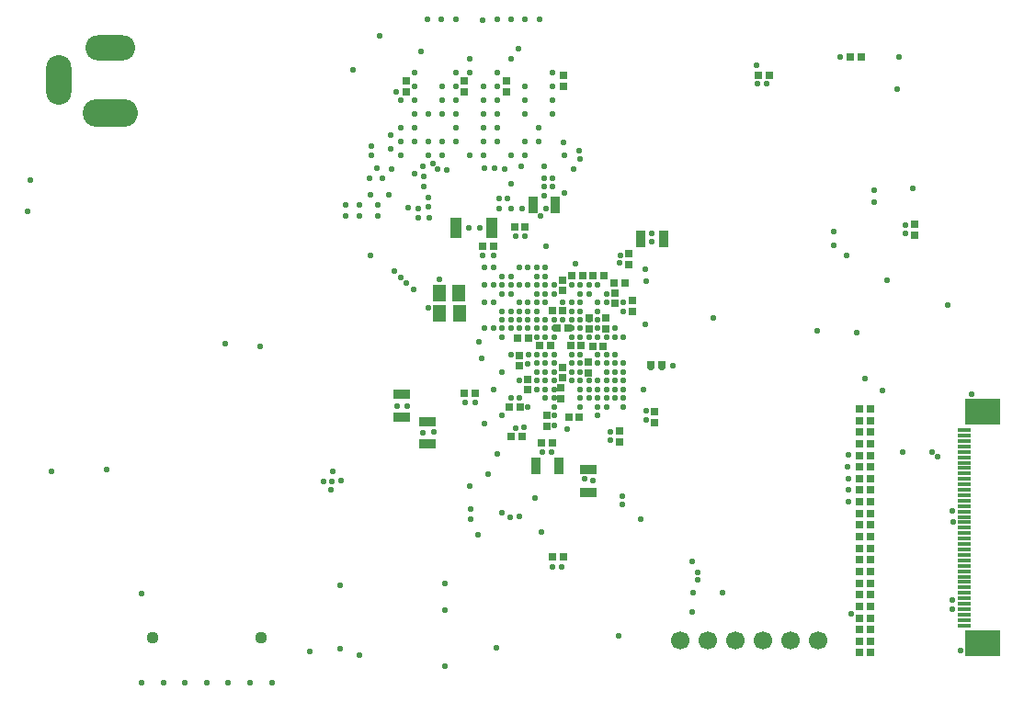
<source format=gbs>
G04*
G04 #@! TF.GenerationSoftware,Altium Limited,Altium Designer,20.1.11 (218)*
G04*
G04 Layer_Color=16711935*
%FSLAX25Y25*%
%MOIN*%
G70*
G04*
G04 #@! TF.SameCoordinates,79C4E474-355B-46CA-A0E8-57BC19F8BC65*
G04*
G04*
G04 #@! TF.FilePolarity,Negative*
G04*
G01*
G75*
%ADD44R,0.02762X0.03156*%
%ADD50R,0.02762X0.02762*%
%ADD66C,0.06678*%
%ADD67O,0.09158X0.18017*%
%ADD68O,0.18017X0.09158*%
%ADD69O,0.19985X0.10143*%
%ADD70C,0.04434*%
%ADD71C,0.02100*%
%ADD89R,0.03550X0.05912*%
%ADD90R,0.03156X0.02762*%
%ADD91R,0.05912X0.03550*%
%ADD92R,0.04731X0.05912*%
%ADD93R,0.04040X0.07780*%
%ADD94R,0.04631X0.01481*%
%ADD95R,0.12505X0.09355*%
D44*
X401032Y290746D02*
D03*
X404969D02*
D03*
X402965Y284378D02*
D03*
X406903D02*
D03*
X407673Y278055D02*
D03*
X411610D02*
D03*
X392340Y280919D02*
D03*
X388403D02*
D03*
X396532Y278032D02*
D03*
X400469D02*
D03*
X389345Y255820D02*
D03*
X385408D02*
D03*
X369143Y260910D02*
D03*
X373080D02*
D03*
X386300Y245210D02*
D03*
X390237D02*
D03*
X397267Y242826D02*
D03*
X401204D02*
D03*
X407031Y252161D02*
D03*
X410968D02*
D03*
X436812Y271009D02*
D03*
X440750D02*
D03*
X419598Y277951D02*
D03*
X415661D02*
D03*
X412245Y303326D02*
D03*
X408308D02*
D03*
X419672Y303399D02*
D03*
X415735D02*
D03*
X375810Y314148D02*
D03*
X379747D02*
D03*
X387381Y321132D02*
D03*
X391318D02*
D03*
X479797Y376130D02*
D03*
X475860D02*
D03*
X401255Y201388D02*
D03*
X405192D02*
D03*
D50*
X427394Y300901D02*
D03*
X423457D02*
D03*
X509214Y382813D02*
D03*
X513151D02*
D03*
X516497Y191950D02*
D03*
X512560D02*
D03*
X516497Y196162D02*
D03*
X512560D02*
D03*
Y166676D02*
D03*
X516497D02*
D03*
Y200375D02*
D03*
X512560D02*
D03*
Y170888D02*
D03*
X516497D02*
D03*
Y204587D02*
D03*
X512560D02*
D03*
Y175101D02*
D03*
X516497D02*
D03*
Y208800D02*
D03*
X512560D02*
D03*
Y183525D02*
D03*
X516497D02*
D03*
Y213012D02*
D03*
X512560D02*
D03*
Y187738D02*
D03*
X516497D02*
D03*
Y217224D02*
D03*
X512560D02*
D03*
X516497Y242498D02*
D03*
X512560D02*
D03*
X516497Y246711D02*
D03*
X512560D02*
D03*
X516497Y250923D02*
D03*
X512560D02*
D03*
X516497Y255135D02*
D03*
X512560D02*
D03*
X516497Y179313D02*
D03*
X512560D02*
D03*
X516497Y221437D02*
D03*
X512560D02*
D03*
X516497Y225649D02*
D03*
X512560D02*
D03*
X516497Y229861D02*
D03*
X512560D02*
D03*
X516497Y234074D02*
D03*
X512560D02*
D03*
X516497Y238286D02*
D03*
X512560D02*
D03*
D66*
X447562Y171295D02*
D03*
X457562D02*
D03*
X467562D02*
D03*
X477562D02*
D03*
X487562D02*
D03*
X497562D02*
D03*
D67*
X222279Y374342D02*
D03*
D68*
X240783Y386153D02*
D03*
D69*
Y362530D02*
D03*
D70*
X295468Y172293D02*
D03*
X256098D02*
D03*
D71*
X462903Y188582D02*
D03*
X507935Y310768D02*
D03*
X397159Y210425D02*
D03*
X453731Y193092D02*
D03*
X453754Y195852D02*
D03*
X398856Y327916D02*
D03*
X359577Y342138D02*
D03*
X397350Y239613D02*
D03*
X400667Y239632D02*
D03*
X391120Y317970D02*
D03*
X387868Y317931D02*
D03*
X528291Y239478D02*
D03*
X526315Y371164D02*
D03*
X514365Y266219D02*
D03*
X371164Y227130D02*
D03*
X385674Y215798D02*
D03*
X389137Y216065D02*
D03*
X415794Y229158D02*
D03*
X412679Y229664D02*
D03*
X401271Y335744D02*
D03*
X398247Y335788D02*
D03*
X401293Y338723D02*
D03*
X398203Y338811D02*
D03*
X405503Y333395D02*
D03*
X420671Y265425D02*
D03*
X426970Y268575D02*
D03*
X425659Y308133D02*
D03*
X425715Y310916D02*
D03*
X497210Y283620D02*
D03*
X417534Y293766D02*
D03*
X414378Y296935D02*
D03*
X411222Y296921D02*
D03*
X398624Y306370D02*
D03*
X382876Y252827D02*
D03*
X376576Y293772D02*
D03*
X395474Y281173D02*
D03*
X408073D02*
D03*
X423820D02*
D03*
X398624Y268575D02*
D03*
X401773D02*
D03*
X389175Y265425D02*
D03*
X422135Y246774D02*
D03*
X420671Y255976D02*
D03*
X408073Y290622D02*
D03*
X411222Y284323D02*
D03*
X398624Y274874D02*
D03*
X401773Y271724D02*
D03*
X426970Y255976D02*
D03*
X382876Y290622D02*
D03*
X395474Y296921D02*
D03*
X386025D02*
D03*
X389175Y300071D02*
D03*
X408073Y274874D02*
D03*
X398624Y271724D02*
D03*
X411222Y274874D02*
D03*
X420671Y268575D02*
D03*
X426970Y262275D02*
D03*
X382876Y296921D02*
D03*
X389175Y290622D02*
D03*
X395474Y284323D02*
D03*
X374342Y279605D02*
D03*
X386025Y274874D02*
D03*
X417521D02*
D03*
X408073Y271724D02*
D03*
X411222Y265425D02*
D03*
X401773Y255976D02*
D03*
X411222Y290622D02*
D03*
X382876Y284323D02*
D03*
X398624Y281173D02*
D03*
Y262275D02*
D03*
X420671D02*
D03*
X373118Y257528D02*
D03*
X389175Y293772D02*
D03*
X411222Y287472D02*
D03*
X389175Y284323D02*
D03*
X408073Y278023D02*
D03*
X426970Y271724D02*
D03*
Y265425D02*
D03*
X420671Y259126D02*
D03*
X398624Y296921D02*
D03*
X420671Y296921D02*
D03*
X398624Y287472D02*
D03*
X434830Y285899D02*
D03*
X420671Y281173D02*
D03*
X401773Y274874D02*
D03*
X392268Y271639D02*
D03*
X414372Y262275D02*
D03*
X401773Y259126D02*
D03*
X392324Y255976D02*
D03*
X417521Y252827D02*
D03*
X382876Y300071D02*
D03*
X379726D02*
D03*
X404923Y287472D02*
D03*
X426970Y281173D02*
D03*
X411222Y278023D02*
D03*
X436912Y270235D02*
D03*
X411222Y262275D02*
D03*
X398624Y259126D02*
D03*
X426970D02*
D03*
X398624Y293772D02*
D03*
X434988Y305804D02*
D03*
X386025Y287472D02*
D03*
X408073Y284323D02*
D03*
X395474Y271724D02*
D03*
X382876Y268575D02*
D03*
X414372Y271724D02*
D03*
X395474Y265425D02*
D03*
X401773D02*
D03*
X420671Y293772D02*
D03*
X395474D02*
D03*
X376576Y306370D02*
D03*
X389175D02*
D03*
X382876Y287472D02*
D03*
X401773D02*
D03*
Y281173D02*
D03*
X411222Y271724D02*
D03*
X423820D02*
D03*
X408073Y268575D02*
D03*
X414372Y265425D02*
D03*
X423820D02*
D03*
X392324Y290622D02*
D03*
X426970D02*
D03*
X379726Y284323D02*
D03*
X386025D02*
D03*
X414372Y281173D02*
D03*
X395474Y268575D02*
D03*
Y262275D02*
D03*
X411222Y259126D02*
D03*
X435002Y251252D02*
D03*
X386025Y290622D02*
D03*
X376576Y284323D02*
D03*
X417521Y271724D02*
D03*
X386025Y259126D02*
D03*
X406498Y247945D02*
D03*
X408073Y293772D02*
D03*
X404923Y290622D02*
D03*
X379726Y293772D02*
D03*
X392324Y300071D02*
D03*
X395474Y303220D02*
D03*
Y290622D02*
D03*
X420671Y274874D02*
D03*
X408073Y265425D02*
D03*
X414372Y259126D02*
D03*
X417521D02*
D03*
Y255976D02*
D03*
X426970Y293772D02*
D03*
X417521Y290622D02*
D03*
X395474Y287472D02*
D03*
X411222Y281173D02*
D03*
X423820Y274874D02*
D03*
X411222Y268575D02*
D03*
X417521Y265425D02*
D03*
X423820Y262275D02*
D03*
X435002Y301645D02*
D03*
X398624Y303220D02*
D03*
X409640Y307954D02*
D03*
X386025Y303220D02*
D03*
X392324Y306370D02*
D03*
X417521Y287472D02*
D03*
X392324Y284323D02*
D03*
X382876Y281173D02*
D03*
X423820Y268575D02*
D03*
X411222Y255976D02*
D03*
Y293772D02*
D03*
X398624Y300071D02*
D03*
X414372D02*
D03*
X379726Y306370D02*
D03*
X398624Y284323D02*
D03*
X414372D02*
D03*
X417521D02*
D03*
X420671Y271724D02*
D03*
X398624Y265425D02*
D03*
X401773Y262275D02*
D03*
X390787Y248437D02*
D03*
X376576Y249677D02*
D03*
X401773Y252827D02*
D03*
X404889Y293813D02*
D03*
X389175Y287472D02*
D03*
X392324D02*
D03*
X414372D02*
D03*
X423820Y284323D02*
D03*
X375444Y273317D02*
D03*
X417521Y262275D02*
D03*
X423820Y259126D02*
D03*
X435002Y254401D02*
D03*
X395474Y300071D02*
D03*
X376576D02*
D03*
X408073Y287472D02*
D03*
X401773Y284323D02*
D03*
X417521Y281173D02*
D03*
X414372Y268575D02*
D03*
X392324Y293772D02*
D03*
X408073Y300071D02*
D03*
X386025D02*
D03*
X382876Y303220D02*
D03*
X395474Y274874D02*
D03*
X379726Y262275D02*
D03*
X395474Y306370D02*
D03*
X434037Y262275D02*
D03*
X475106Y379752D02*
D03*
X531923Y335125D02*
D03*
X353592Y384682D02*
D03*
X388707Y385680D02*
D03*
X351191Y377158D02*
D03*
X344535Y370083D02*
D03*
X346191Y367169D02*
D03*
X381191Y352169D02*
D03*
Y357170D02*
D03*
X396191Y352169D02*
D03*
Y357170D02*
D03*
X356107Y291787D02*
D03*
X360081Y302226D02*
D03*
X451804Y199826D02*
D03*
X354266Y246368D02*
D03*
X358281Y246675D02*
D03*
X348411Y256070D02*
D03*
X344816D02*
D03*
X366129Y396493D02*
D03*
X360857Y396482D02*
D03*
X355940Y396409D02*
D03*
X338455Y390523D02*
D03*
X328740Y378137D02*
D03*
X375924Y396304D02*
D03*
X381127Y396421D02*
D03*
X386097Y396450D02*
D03*
X396474Y396392D02*
D03*
X391066Y396480D02*
D03*
X391191Y362170D02*
D03*
Y367169D02*
D03*
X351191Y352169D02*
D03*
Y357170D02*
D03*
X391264Y372146D02*
D03*
X376168Y357097D02*
D03*
Y362097D02*
D03*
X376191Y372169D02*
D03*
X376240Y367073D02*
D03*
X371191Y382170D02*
D03*
X361191Y372169D02*
D03*
Y367169D02*
D03*
Y362170D02*
D03*
X366191Y357170D02*
D03*
Y352169D02*
D03*
X390066Y327833D02*
D03*
X398025Y332561D02*
D03*
X385995Y327702D02*
D03*
X381897Y327833D02*
D03*
X381792Y331589D02*
D03*
X384865Y331642D02*
D03*
X396945Y325000D02*
D03*
X379739Y310914D02*
D03*
X375855Y310966D02*
D03*
X370727Y320808D02*
D03*
X374751Y320718D02*
D03*
X526680Y382825D02*
D03*
X505459Y382737D02*
D03*
X517807Y330171D02*
D03*
X517699Y334587D02*
D03*
X544426Y292758D02*
D03*
X522347Y301832D02*
D03*
X503246Y314631D02*
D03*
X503161Y319372D02*
D03*
X444713Y270733D02*
D03*
X511560Y282846D02*
D03*
X549252Y167330D02*
D03*
X553166Y260427D02*
D03*
X540762Y237654D02*
D03*
X538837Y239527D02*
D03*
X546362Y214171D02*
D03*
X546215Y182536D02*
D03*
X545995Y185943D02*
D03*
X451925Y181648D02*
D03*
X452221Y188634D02*
D03*
X425155Y172823D02*
D03*
X380663Y168471D02*
D03*
X313043Y167072D02*
D03*
X299405Y155940D02*
D03*
X291531D02*
D03*
X283657D02*
D03*
X275783D02*
D03*
X267909D02*
D03*
X260035D02*
D03*
X252155Y155934D02*
D03*
X252070Y188208D02*
D03*
X239387Y233112D02*
D03*
X219567Y232430D02*
D03*
X326114Y325085D02*
D03*
X326169Y329142D02*
D03*
X331172Y329087D02*
D03*
X331117Y325251D02*
D03*
X337953Y325196D02*
D03*
Y329253D02*
D03*
X341678Y332866D02*
D03*
X335008Y332811D02*
D03*
X335072Y310666D02*
D03*
X295070Y277793D02*
D03*
X282569Y278691D02*
D03*
X211758Y338053D02*
D03*
X210723Y326706D02*
D03*
X377751Y231534D02*
D03*
X318019Y228979D02*
D03*
X320851Y225852D02*
D03*
X324408Y229102D02*
D03*
X321624Y232400D02*
D03*
X398742Y314204D02*
D03*
X343800Y305100D02*
D03*
X350727Y298432D02*
D03*
X348267Y300763D02*
D03*
X321252Y228859D02*
D03*
X346179Y302870D02*
D03*
X546268Y218010D02*
D03*
X520913Y261700D02*
D03*
X459468Y288091D02*
D03*
X356356Y324647D02*
D03*
X352468Y324517D02*
D03*
X348875Y328012D02*
D03*
X352534Y327979D02*
D03*
X356225Y328600D02*
D03*
X356029Y331900D02*
D03*
X398230Y343081D02*
D03*
X389939Y343198D02*
D03*
X408739Y342225D02*
D03*
X405391Y347090D02*
D03*
X405313Y351878D02*
D03*
X410996Y345728D02*
D03*
X410918Y348686D02*
D03*
X386083Y336697D02*
D03*
X383916Y342148D02*
D03*
X354458Y335794D02*
D03*
Y339333D02*
D03*
X357866Y344248D02*
D03*
X354130Y343134D02*
D03*
X337484Y342522D02*
D03*
X342560Y354627D02*
D03*
X342657Y349323D02*
D03*
X342723Y342164D02*
D03*
X339371Y338878D02*
D03*
X376607Y342341D02*
D03*
X380257D02*
D03*
X334765Y338955D02*
D03*
X335611Y350593D02*
D03*
X335452Y346996D02*
D03*
X362989Y341703D02*
D03*
X351127Y340371D02*
D03*
X324104Y191140D02*
D03*
X324298Y168043D02*
D03*
X331028Y165903D02*
D03*
X362268Y161906D02*
D03*
X362010Y182146D02*
D03*
X362051Y191687D02*
D03*
X371450Y218921D02*
D03*
X371585Y215056D02*
D03*
X374213Y209509D02*
D03*
X381274Y238821D02*
D03*
X382681Y217414D02*
D03*
X394861Y222913D02*
D03*
X433182Y215266D02*
D03*
X509338Y180902D02*
D03*
X508474Y221409D02*
D03*
X508419Y225666D02*
D03*
X508386Y229795D02*
D03*
X508315Y234142D02*
D03*
X508362Y238330D02*
D03*
X369518Y257568D02*
D03*
X392331Y274871D02*
D03*
X387667Y248282D02*
D03*
X401810Y249119D02*
D03*
X401773Y300071D02*
D03*
Y296921D02*
D03*
X437309Y315804D02*
D03*
X437019Y318748D02*
D03*
X417521Y300071D02*
D03*
X411222D02*
D03*
X440714Y270257D02*
D03*
X422077Y243687D02*
D03*
X389188Y259115D02*
D03*
X346168Y347097D02*
D03*
Y352097D02*
D03*
X356168Y347097D02*
D03*
X356227Y352126D02*
D03*
X356188Y362122D02*
D03*
X361168Y347097D02*
D03*
Y352097D02*
D03*
X371168Y347097D02*
D03*
X371191Y377169D02*
D03*
X376168Y347097D02*
D03*
Y352097D02*
D03*
X381191Y362170D02*
D03*
Y372169D02*
D03*
Y367169D02*
D03*
Y377158D02*
D03*
X386168Y347097D02*
D03*
X401264Y362146D02*
D03*
Y372146D02*
D03*
Y367146D02*
D03*
X401252Y377146D02*
D03*
X346168Y357097D02*
D03*
X386191Y382170D02*
D03*
X366191Y362170D02*
D03*
X351191D02*
D03*
X366191Y372169D02*
D03*
Y367169D02*
D03*
X351191D02*
D03*
Y372169D02*
D03*
X366191Y377158D02*
D03*
X391168Y347097D02*
D03*
Y352097D02*
D03*
X529241Y318824D02*
D03*
X529322Y321941D02*
D03*
X426364Y223468D02*
D03*
Y220643D02*
D03*
X404410Y197834D02*
D03*
X401228Y197831D02*
D03*
X478883Y372990D02*
D03*
X475634Y373091D02*
D03*
D89*
X395259Y234439D02*
D03*
X403527D02*
D03*
X441409Y316716D02*
D03*
X433142D02*
D03*
X394049Y329091D02*
D03*
X402316D02*
D03*
D90*
X404893Y266374D02*
D03*
Y270311D02*
D03*
X404115Y262779D02*
D03*
Y258842D02*
D03*
X389231Y274586D02*
D03*
Y270649D02*
D03*
X392299Y265967D02*
D03*
Y262031D02*
D03*
X399280Y248915D02*
D03*
Y252852D02*
D03*
X425390Y243049D02*
D03*
Y246986D02*
D03*
X438057Y250289D02*
D03*
Y254226D02*
D03*
X414320Y268300D02*
D03*
Y272237D02*
D03*
X414462Y284115D02*
D03*
Y288052D02*
D03*
X420572Y287996D02*
D03*
Y284059D02*
D03*
X430010Y290381D02*
D03*
Y294318D02*
D03*
X423757Y297277D02*
D03*
Y293340D02*
D03*
X404907Y297988D02*
D03*
Y301925D02*
D03*
X428797Y311446D02*
D03*
Y307509D02*
D03*
X405081Y376193D02*
D03*
Y372256D02*
D03*
X384586Y374046D02*
D03*
Y370109D02*
D03*
X369294Y374220D02*
D03*
Y370283D02*
D03*
X348115Y374210D02*
D03*
Y370273D02*
D03*
X532451Y322038D02*
D03*
Y318101D02*
D03*
D91*
X414226Y224933D02*
D03*
Y233201D02*
D03*
X355977Y250584D02*
D03*
Y242317D02*
D03*
X346488Y252090D02*
D03*
Y260358D02*
D03*
D92*
X360241Y289654D02*
D03*
X367328D02*
D03*
X360122Y297158D02*
D03*
X367209D02*
D03*
D93*
X379018Y320846D02*
D03*
X366223D02*
D03*
D94*
X550466Y247449D02*
D03*
Y245480D02*
D03*
Y243512D02*
D03*
Y241543D02*
D03*
Y239575D02*
D03*
Y237606D02*
D03*
Y235638D02*
D03*
Y233669D02*
D03*
Y231701D02*
D03*
Y229732D02*
D03*
Y227764D02*
D03*
Y225795D02*
D03*
Y223827D02*
D03*
Y221858D02*
D03*
Y219890D02*
D03*
Y217921D02*
D03*
Y215953D02*
D03*
Y213984D02*
D03*
Y212016D02*
D03*
Y210047D02*
D03*
Y208079D02*
D03*
Y206110D02*
D03*
Y204142D02*
D03*
Y202173D02*
D03*
Y200205D02*
D03*
Y198236D02*
D03*
Y196268D02*
D03*
Y194299D02*
D03*
Y192331D02*
D03*
Y190362D02*
D03*
Y188394D02*
D03*
Y186425D02*
D03*
Y184457D02*
D03*
Y182488D02*
D03*
Y180520D02*
D03*
Y178551D02*
D03*
Y176583D02*
D03*
D95*
X557159Y170008D02*
D03*
Y254024D02*
D03*
M02*

</source>
